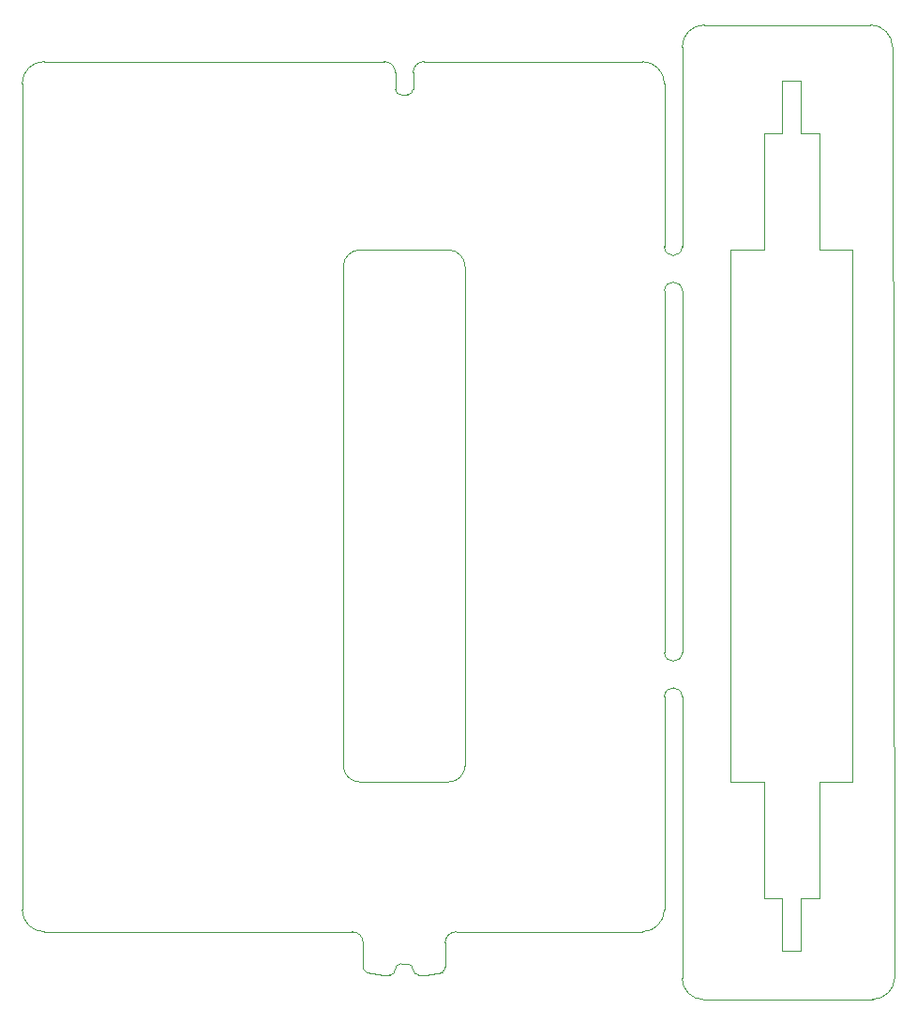
<source format=gbr>
%TF.GenerationSoftware,KiCad,Pcbnew,9.0.3*%
%TF.CreationDate,2025-11-04T21:30:19+11:00*%
%TF.ProjectId,test_project,74657374-5f70-4726-9f6a-6563742e6b69,rev?*%
%TF.SameCoordinates,Original*%
%TF.FileFunction,Profile,NP*%
%FSLAX46Y46*%
G04 Gerber Fmt 4.6, Leading zero omitted, Abs format (unit mm)*
G04 Created by KiCad (PCBNEW 9.0.3) date 2025-11-04 21:30:19*
%MOMM*%
%LPD*%
G01*
G04 APERTURE LIST*
%TA.AperFunction,Profile*%
%ADD10C,0.050000*%
%TD*%
G04 APERTURE END LIST*
D10*
X117500000Y-139500000D02*
G75*
G02*
X115500000Y-137500000I0J2000000D01*
G01*
X177000000Y-145600000D02*
G75*
G02*
X175100000Y-143700000I0J1900000D01*
G01*
X175100000Y-119300000D02*
X175100000Y-143700000D01*
X149700000Y-64000000D02*
X150300000Y-64000000D01*
X149200000Y-142900000D02*
G75*
G02*
X148700000Y-143400000I-500000J0D01*
G01*
X182500000Y-126000000D02*
X182500000Y-136500000D01*
X154700000Y-139500000D02*
X171500000Y-139500000D01*
X153700000Y-140500000D02*
G75*
G02*
X154700000Y-139500000I1000000J0D01*
G01*
X177000000Y-145600000D02*
X192300000Y-145600000D01*
X185850000Y-141250000D02*
X185850000Y-136500000D01*
X185850000Y-67500000D02*
X185850000Y-62750000D01*
X173500000Y-76700000D02*
X173500000Y-63000000D01*
X171500000Y-61000000D02*
X151800000Y-61000000D01*
X150300000Y-142400000D02*
G75*
G02*
X150800000Y-142900000I0J-500000D01*
G01*
X115500000Y-63000000D02*
G75*
G02*
X117500000Y-61000000I2000000J0D01*
G01*
X150800000Y-63500000D02*
G75*
G02*
X150300000Y-64000000I-500000J0D01*
G01*
X153700000Y-142700000D02*
G75*
G02*
X153423607Y-143147214I-500000J0D01*
G01*
X184150000Y-136500000D02*
X184150000Y-141250000D01*
X173500000Y-137500000D02*
G75*
G02*
X171500000Y-139500000I-2000000J0D01*
G01*
X187500000Y-78000000D02*
X187500000Y-67500000D01*
X177100000Y-57700000D02*
X192100000Y-57700000D01*
X182500000Y-67500000D02*
X182500000Y-78000000D01*
X194300000Y-143600000D02*
G75*
G02*
X192300000Y-145600000I-2000000J0D01*
G01*
X185850000Y-136500000D02*
X187500000Y-136500000D01*
X146300000Y-142700000D02*
X146300000Y-140500000D01*
X115500000Y-63000000D02*
X115500000Y-137500000D01*
X145300000Y-139500000D02*
X117500000Y-139500000D01*
X150800000Y-63500000D02*
X150800000Y-62000000D01*
X151300000Y-143400000D02*
X151900000Y-143400000D01*
X175100000Y-113300000D02*
X175100000Y-82700000D01*
X187500000Y-67500000D02*
X185850000Y-67500000D01*
X146576393Y-143147214D02*
G75*
G02*
X146300000Y-142700000I223607J447214D01*
G01*
X145300000Y-139500000D02*
G75*
G02*
X146300000Y-140500000I0J-1000000D01*
G01*
X149200000Y-142900000D02*
G75*
G02*
X149700000Y-142400000I500000J0D01*
G01*
X184150000Y-67500000D02*
X182500000Y-67500000D01*
X149700000Y-64000000D02*
G75*
G02*
X149200000Y-63500000I0J500000D01*
G01*
X153700000Y-142700000D02*
X153700000Y-140500000D01*
X175100000Y-59700000D02*
G75*
G02*
X177100000Y-57700000I2000000J0D01*
G01*
X179500000Y-126000000D02*
X182500000Y-126000000D01*
X171500000Y-61000000D02*
G75*
G02*
X173500000Y-63000000I0J-2000000D01*
G01*
X148200000Y-61000000D02*
G75*
G02*
X149200000Y-62000000I0J-1000000D01*
G01*
X184150000Y-141250000D02*
X185850000Y-141250000D01*
X175100000Y-76700000D02*
X175100000Y-59700000D01*
X149200000Y-63500000D02*
X149200000Y-62000000D01*
X192100000Y-57700000D02*
G75*
G02*
X194100000Y-59700000I0J-2000000D01*
G01*
X179500000Y-78000000D02*
X179500000Y-126000000D01*
X149700000Y-142400000D02*
X150300000Y-142400000D01*
X173500000Y-119300000D02*
X173500000Y-137500000D01*
X151900000Y-143400000D02*
X153423605Y-143147214D01*
X187500000Y-126000000D02*
X190500000Y-126000000D01*
X148100000Y-143400000D02*
X146576395Y-143147214D01*
X173500000Y-82700000D02*
X173500000Y-113300000D01*
X190500000Y-78000000D02*
X187500000Y-78000000D01*
X182500000Y-136500000D02*
X184150000Y-136500000D01*
X150800000Y-62000000D02*
G75*
G02*
X151800000Y-61000000I1000000J0D01*
G01*
X151300000Y-143400000D02*
G75*
G02*
X150800000Y-142900000I0J500000D01*
G01*
X194100000Y-59700000D02*
X194300000Y-143600000D01*
X185850000Y-62750000D02*
X184150000Y-62750000D01*
X187500000Y-136500000D02*
X187500000Y-126000000D01*
X184150000Y-62750000D02*
X184150000Y-67500000D01*
X182500000Y-78000000D02*
X179500000Y-78000000D01*
X117500000Y-61000000D02*
X148200000Y-61000000D01*
X148700000Y-143400000D02*
X148100000Y-143400000D01*
X190500000Y-126000000D02*
X190500000Y-78000000D01*
%TO.C,J1*%
X144500000Y-79500000D02*
X144500000Y-124500000D01*
X146000000Y-78000000D02*
X154000000Y-78000000D01*
X146000000Y-126000000D02*
X154000000Y-126000000D01*
X155500000Y-79500000D02*
X155500000Y-124500000D01*
X144500000Y-79500000D02*
G75*
G02*
X146000000Y-78000000I1500001J-1D01*
G01*
X146000000Y-126000000D02*
G75*
G02*
X144500000Y-124500000I1J1500001D01*
G01*
X154000000Y-78000000D02*
G75*
G02*
X155500000Y-79500000I0J-1500000D01*
G01*
X155500000Y-124500000D02*
G75*
G02*
X154000000Y-126000000I-1500000J0D01*
G01*
%TO.C,M2*%
X173500000Y-76700000D02*
X173500000Y-77700000D01*
X173500000Y-82700000D02*
X173500000Y-81700000D01*
X175100000Y-76700000D02*
X175100000Y-77700000D01*
X175100000Y-82700000D02*
X175100000Y-81700000D01*
X173500000Y-81700000D02*
G75*
G02*
X175100000Y-81700000I800000J0D01*
G01*
X175100000Y-77700000D02*
G75*
G02*
X173500000Y-77700000I-800000J0D01*
G01*
%TO.C,M1*%
X173500000Y-113300000D02*
X173500000Y-114300000D01*
X173500000Y-119300000D02*
X173500000Y-118300000D01*
X175100000Y-113300000D02*
X175100000Y-114300000D01*
X175100000Y-119300000D02*
X175100000Y-118300000D01*
X173500000Y-118300000D02*
G75*
G02*
X175100000Y-118300000I800000J0D01*
G01*
X175100000Y-114300000D02*
G75*
G02*
X173500000Y-114300000I-800000J0D01*
G01*
%TD*%
M02*

</source>
